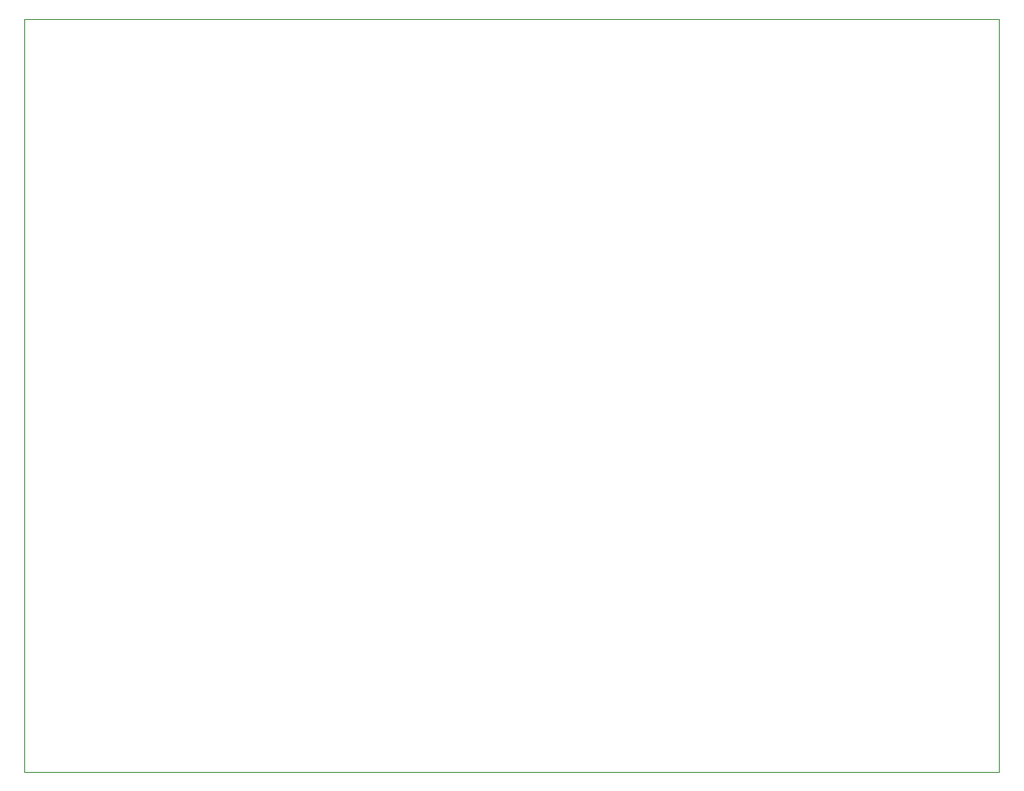
<source format=gbr>
G04 #@! TF.GenerationSoftware,KiCad,Pcbnew,5.1.6-c6e7f7d~86~ubuntu18.04.1*
G04 #@! TF.CreationDate,2020-06-15T20:43:44+01:00*
G04 #@! TF.ProjectId,placa_modular,706c6163-615f-46d6-9f64-756c61722e6b,V1.0*
G04 #@! TF.SameCoordinates,Original*
G04 #@! TF.FileFunction,Profile,NP*
%FSLAX46Y46*%
G04 Gerber Fmt 4.6, Leading zero omitted, Abs format (unit mm)*
G04 Created by KiCad (PCBNEW 5.1.6-c6e7f7d~86~ubuntu18.04.1) date 2020-06-15 20:43:44*
%MOMM*%
%LPD*%
G01*
G04 APERTURE LIST*
G04 #@! TA.AperFunction,Profile*
%ADD10C,0.050000*%
G04 #@! TD*
G04 APERTURE END LIST*
D10*
X203200000Y-48260000D02*
X107950000Y-48260000D01*
X203200000Y-121920000D02*
X107950000Y-121920000D01*
X203200000Y-48260000D02*
X203200000Y-121920000D01*
X107950000Y-48260000D02*
X107950000Y-121920000D01*
M02*

</source>
